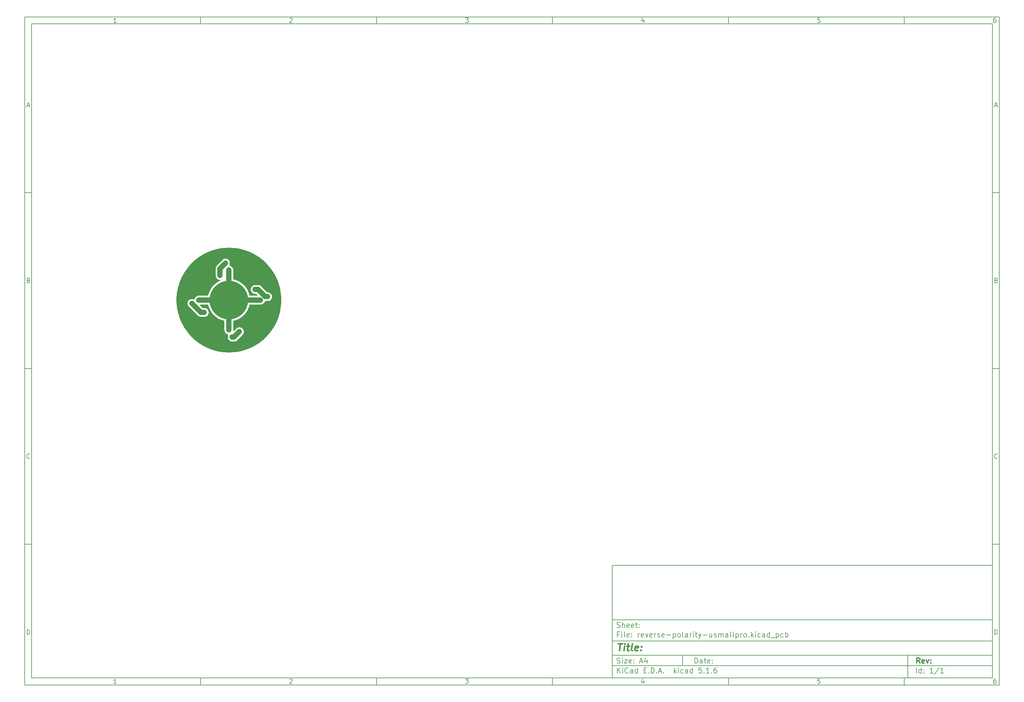
<source format=gbr>
G04 #@! TF.GenerationSoftware,KiCad,Pcbnew,5.1.6*
G04 #@! TF.CreationDate,2020-09-05T15:35:29+02:00*
G04 #@! TF.ProjectId,reverse-polarity-usmallpro,72657665-7273-4652-9d70-6f6c61726974,rev?*
G04 #@! TF.SameCoordinates,Original*
G04 #@! TF.FileFunction,Copper,L1,Top*
G04 #@! TF.FilePolarity,Positive*
%FSLAX46Y46*%
G04 Gerber Fmt 4.6, Leading zero omitted, Abs format (unit mm)*
G04 Created by KiCad (PCBNEW 5.1.6) date 2020-09-05 15:35:29*
%MOMM*%
%LPD*%
G01*
G04 APERTURE LIST*
%ADD10C,0.100000*%
%ADD11C,0.150000*%
%ADD12C,0.300000*%
%ADD13C,0.400000*%
G04 #@! TA.AperFunction,ComponentPad*
%ADD14C,3.000000*%
G04 #@! TD*
G04 #@! TA.AperFunction,SMDPad,CuDef*
%ADD15C,11.000000*%
G04 #@! TD*
G04 #@! TA.AperFunction,SMDPad,CuDef*
%ADD16R,0.900000X0.800000*%
G04 #@! TD*
G04 #@! TA.AperFunction,SMDPad,CuDef*
%ADD17R,0.800000X0.900000*%
G04 #@! TD*
G04 #@! TA.AperFunction,ViaPad*
%ADD18C,0.800000*%
G04 #@! TD*
G04 #@! TA.AperFunction,Conductor*
%ADD19C,1.500000*%
G04 #@! TD*
G04 #@! TA.AperFunction,Conductor*
%ADD20C,0.254000*%
G04 #@! TD*
G04 APERTURE END LIST*
D10*
D11*
X177002200Y-166007200D02*
X177002200Y-198007200D01*
X285002200Y-198007200D01*
X285002200Y-166007200D01*
X177002200Y-166007200D01*
D10*
D11*
X10000000Y-10000000D02*
X10000000Y-200007200D01*
X287002200Y-200007200D01*
X287002200Y-10000000D01*
X10000000Y-10000000D01*
D10*
D11*
X12000000Y-12000000D02*
X12000000Y-198007200D01*
X285002200Y-198007200D01*
X285002200Y-12000000D01*
X12000000Y-12000000D01*
D10*
D11*
X60000000Y-12000000D02*
X60000000Y-10000000D01*
D10*
D11*
X110000000Y-12000000D02*
X110000000Y-10000000D01*
D10*
D11*
X160000000Y-12000000D02*
X160000000Y-10000000D01*
D10*
D11*
X210000000Y-12000000D02*
X210000000Y-10000000D01*
D10*
D11*
X260000000Y-12000000D02*
X260000000Y-10000000D01*
D10*
D11*
X36065476Y-11588095D02*
X35322619Y-11588095D01*
X35694047Y-11588095D02*
X35694047Y-10288095D01*
X35570238Y-10473809D01*
X35446428Y-10597619D01*
X35322619Y-10659523D01*
D10*
D11*
X85322619Y-10411904D02*
X85384523Y-10350000D01*
X85508333Y-10288095D01*
X85817857Y-10288095D01*
X85941666Y-10350000D01*
X86003571Y-10411904D01*
X86065476Y-10535714D01*
X86065476Y-10659523D01*
X86003571Y-10845238D01*
X85260714Y-11588095D01*
X86065476Y-11588095D01*
D10*
D11*
X135260714Y-10288095D02*
X136065476Y-10288095D01*
X135632142Y-10783333D01*
X135817857Y-10783333D01*
X135941666Y-10845238D01*
X136003571Y-10907142D01*
X136065476Y-11030952D01*
X136065476Y-11340476D01*
X136003571Y-11464285D01*
X135941666Y-11526190D01*
X135817857Y-11588095D01*
X135446428Y-11588095D01*
X135322619Y-11526190D01*
X135260714Y-11464285D01*
D10*
D11*
X185941666Y-10721428D02*
X185941666Y-11588095D01*
X185632142Y-10226190D02*
X185322619Y-11154761D01*
X186127380Y-11154761D01*
D10*
D11*
X236003571Y-10288095D02*
X235384523Y-10288095D01*
X235322619Y-10907142D01*
X235384523Y-10845238D01*
X235508333Y-10783333D01*
X235817857Y-10783333D01*
X235941666Y-10845238D01*
X236003571Y-10907142D01*
X236065476Y-11030952D01*
X236065476Y-11340476D01*
X236003571Y-11464285D01*
X235941666Y-11526190D01*
X235817857Y-11588095D01*
X235508333Y-11588095D01*
X235384523Y-11526190D01*
X235322619Y-11464285D01*
D10*
D11*
X285941666Y-10288095D02*
X285694047Y-10288095D01*
X285570238Y-10350000D01*
X285508333Y-10411904D01*
X285384523Y-10597619D01*
X285322619Y-10845238D01*
X285322619Y-11340476D01*
X285384523Y-11464285D01*
X285446428Y-11526190D01*
X285570238Y-11588095D01*
X285817857Y-11588095D01*
X285941666Y-11526190D01*
X286003571Y-11464285D01*
X286065476Y-11340476D01*
X286065476Y-11030952D01*
X286003571Y-10907142D01*
X285941666Y-10845238D01*
X285817857Y-10783333D01*
X285570238Y-10783333D01*
X285446428Y-10845238D01*
X285384523Y-10907142D01*
X285322619Y-11030952D01*
D10*
D11*
X60000000Y-198007200D02*
X60000000Y-200007200D01*
D10*
D11*
X110000000Y-198007200D02*
X110000000Y-200007200D01*
D10*
D11*
X160000000Y-198007200D02*
X160000000Y-200007200D01*
D10*
D11*
X210000000Y-198007200D02*
X210000000Y-200007200D01*
D10*
D11*
X260000000Y-198007200D02*
X260000000Y-200007200D01*
D10*
D11*
X36065476Y-199595295D02*
X35322619Y-199595295D01*
X35694047Y-199595295D02*
X35694047Y-198295295D01*
X35570238Y-198481009D01*
X35446428Y-198604819D01*
X35322619Y-198666723D01*
D10*
D11*
X85322619Y-198419104D02*
X85384523Y-198357200D01*
X85508333Y-198295295D01*
X85817857Y-198295295D01*
X85941666Y-198357200D01*
X86003571Y-198419104D01*
X86065476Y-198542914D01*
X86065476Y-198666723D01*
X86003571Y-198852438D01*
X85260714Y-199595295D01*
X86065476Y-199595295D01*
D10*
D11*
X135260714Y-198295295D02*
X136065476Y-198295295D01*
X135632142Y-198790533D01*
X135817857Y-198790533D01*
X135941666Y-198852438D01*
X136003571Y-198914342D01*
X136065476Y-199038152D01*
X136065476Y-199347676D01*
X136003571Y-199471485D01*
X135941666Y-199533390D01*
X135817857Y-199595295D01*
X135446428Y-199595295D01*
X135322619Y-199533390D01*
X135260714Y-199471485D01*
D10*
D11*
X185941666Y-198728628D02*
X185941666Y-199595295D01*
X185632142Y-198233390D02*
X185322619Y-199161961D01*
X186127380Y-199161961D01*
D10*
D11*
X236003571Y-198295295D02*
X235384523Y-198295295D01*
X235322619Y-198914342D01*
X235384523Y-198852438D01*
X235508333Y-198790533D01*
X235817857Y-198790533D01*
X235941666Y-198852438D01*
X236003571Y-198914342D01*
X236065476Y-199038152D01*
X236065476Y-199347676D01*
X236003571Y-199471485D01*
X235941666Y-199533390D01*
X235817857Y-199595295D01*
X235508333Y-199595295D01*
X235384523Y-199533390D01*
X235322619Y-199471485D01*
D10*
D11*
X285941666Y-198295295D02*
X285694047Y-198295295D01*
X285570238Y-198357200D01*
X285508333Y-198419104D01*
X285384523Y-198604819D01*
X285322619Y-198852438D01*
X285322619Y-199347676D01*
X285384523Y-199471485D01*
X285446428Y-199533390D01*
X285570238Y-199595295D01*
X285817857Y-199595295D01*
X285941666Y-199533390D01*
X286003571Y-199471485D01*
X286065476Y-199347676D01*
X286065476Y-199038152D01*
X286003571Y-198914342D01*
X285941666Y-198852438D01*
X285817857Y-198790533D01*
X285570238Y-198790533D01*
X285446428Y-198852438D01*
X285384523Y-198914342D01*
X285322619Y-199038152D01*
D10*
D11*
X10000000Y-60000000D02*
X12000000Y-60000000D01*
D10*
D11*
X10000000Y-110000000D02*
X12000000Y-110000000D01*
D10*
D11*
X10000000Y-160000000D02*
X12000000Y-160000000D01*
D10*
D11*
X10690476Y-35216666D02*
X11309523Y-35216666D01*
X10566666Y-35588095D02*
X11000000Y-34288095D01*
X11433333Y-35588095D01*
D10*
D11*
X11092857Y-84907142D02*
X11278571Y-84969047D01*
X11340476Y-85030952D01*
X11402380Y-85154761D01*
X11402380Y-85340476D01*
X11340476Y-85464285D01*
X11278571Y-85526190D01*
X11154761Y-85588095D01*
X10659523Y-85588095D01*
X10659523Y-84288095D01*
X11092857Y-84288095D01*
X11216666Y-84350000D01*
X11278571Y-84411904D01*
X11340476Y-84535714D01*
X11340476Y-84659523D01*
X11278571Y-84783333D01*
X11216666Y-84845238D01*
X11092857Y-84907142D01*
X10659523Y-84907142D01*
D10*
D11*
X11402380Y-135464285D02*
X11340476Y-135526190D01*
X11154761Y-135588095D01*
X11030952Y-135588095D01*
X10845238Y-135526190D01*
X10721428Y-135402380D01*
X10659523Y-135278571D01*
X10597619Y-135030952D01*
X10597619Y-134845238D01*
X10659523Y-134597619D01*
X10721428Y-134473809D01*
X10845238Y-134350000D01*
X11030952Y-134288095D01*
X11154761Y-134288095D01*
X11340476Y-134350000D01*
X11402380Y-134411904D01*
D10*
D11*
X10659523Y-185588095D02*
X10659523Y-184288095D01*
X10969047Y-184288095D01*
X11154761Y-184350000D01*
X11278571Y-184473809D01*
X11340476Y-184597619D01*
X11402380Y-184845238D01*
X11402380Y-185030952D01*
X11340476Y-185278571D01*
X11278571Y-185402380D01*
X11154761Y-185526190D01*
X10969047Y-185588095D01*
X10659523Y-185588095D01*
D10*
D11*
X287002200Y-60000000D02*
X285002200Y-60000000D01*
D10*
D11*
X287002200Y-110000000D02*
X285002200Y-110000000D01*
D10*
D11*
X287002200Y-160000000D02*
X285002200Y-160000000D01*
D10*
D11*
X285692676Y-35216666D02*
X286311723Y-35216666D01*
X285568866Y-35588095D02*
X286002200Y-34288095D01*
X286435533Y-35588095D01*
D10*
D11*
X286095057Y-84907142D02*
X286280771Y-84969047D01*
X286342676Y-85030952D01*
X286404580Y-85154761D01*
X286404580Y-85340476D01*
X286342676Y-85464285D01*
X286280771Y-85526190D01*
X286156961Y-85588095D01*
X285661723Y-85588095D01*
X285661723Y-84288095D01*
X286095057Y-84288095D01*
X286218866Y-84350000D01*
X286280771Y-84411904D01*
X286342676Y-84535714D01*
X286342676Y-84659523D01*
X286280771Y-84783333D01*
X286218866Y-84845238D01*
X286095057Y-84907142D01*
X285661723Y-84907142D01*
D10*
D11*
X286404580Y-135464285D02*
X286342676Y-135526190D01*
X286156961Y-135588095D01*
X286033152Y-135588095D01*
X285847438Y-135526190D01*
X285723628Y-135402380D01*
X285661723Y-135278571D01*
X285599819Y-135030952D01*
X285599819Y-134845238D01*
X285661723Y-134597619D01*
X285723628Y-134473809D01*
X285847438Y-134350000D01*
X286033152Y-134288095D01*
X286156961Y-134288095D01*
X286342676Y-134350000D01*
X286404580Y-134411904D01*
D10*
D11*
X285661723Y-185588095D02*
X285661723Y-184288095D01*
X285971247Y-184288095D01*
X286156961Y-184350000D01*
X286280771Y-184473809D01*
X286342676Y-184597619D01*
X286404580Y-184845238D01*
X286404580Y-185030952D01*
X286342676Y-185278571D01*
X286280771Y-185402380D01*
X286156961Y-185526190D01*
X285971247Y-185588095D01*
X285661723Y-185588095D01*
D10*
D11*
X200434342Y-193785771D02*
X200434342Y-192285771D01*
X200791485Y-192285771D01*
X201005771Y-192357200D01*
X201148628Y-192500057D01*
X201220057Y-192642914D01*
X201291485Y-192928628D01*
X201291485Y-193142914D01*
X201220057Y-193428628D01*
X201148628Y-193571485D01*
X201005771Y-193714342D01*
X200791485Y-193785771D01*
X200434342Y-193785771D01*
X202577200Y-193785771D02*
X202577200Y-193000057D01*
X202505771Y-192857200D01*
X202362914Y-192785771D01*
X202077200Y-192785771D01*
X201934342Y-192857200D01*
X202577200Y-193714342D02*
X202434342Y-193785771D01*
X202077200Y-193785771D01*
X201934342Y-193714342D01*
X201862914Y-193571485D01*
X201862914Y-193428628D01*
X201934342Y-193285771D01*
X202077200Y-193214342D01*
X202434342Y-193214342D01*
X202577200Y-193142914D01*
X203077200Y-192785771D02*
X203648628Y-192785771D01*
X203291485Y-192285771D02*
X203291485Y-193571485D01*
X203362914Y-193714342D01*
X203505771Y-193785771D01*
X203648628Y-193785771D01*
X204720057Y-193714342D02*
X204577200Y-193785771D01*
X204291485Y-193785771D01*
X204148628Y-193714342D01*
X204077200Y-193571485D01*
X204077200Y-193000057D01*
X204148628Y-192857200D01*
X204291485Y-192785771D01*
X204577200Y-192785771D01*
X204720057Y-192857200D01*
X204791485Y-193000057D01*
X204791485Y-193142914D01*
X204077200Y-193285771D01*
X205434342Y-193642914D02*
X205505771Y-193714342D01*
X205434342Y-193785771D01*
X205362914Y-193714342D01*
X205434342Y-193642914D01*
X205434342Y-193785771D01*
X205434342Y-192857200D02*
X205505771Y-192928628D01*
X205434342Y-193000057D01*
X205362914Y-192928628D01*
X205434342Y-192857200D01*
X205434342Y-193000057D01*
D10*
D11*
X177002200Y-194507200D02*
X285002200Y-194507200D01*
D10*
D11*
X178434342Y-196585771D02*
X178434342Y-195085771D01*
X179291485Y-196585771D02*
X178648628Y-195728628D01*
X179291485Y-195085771D02*
X178434342Y-195942914D01*
X179934342Y-196585771D02*
X179934342Y-195585771D01*
X179934342Y-195085771D02*
X179862914Y-195157200D01*
X179934342Y-195228628D01*
X180005771Y-195157200D01*
X179934342Y-195085771D01*
X179934342Y-195228628D01*
X181505771Y-196442914D02*
X181434342Y-196514342D01*
X181220057Y-196585771D01*
X181077200Y-196585771D01*
X180862914Y-196514342D01*
X180720057Y-196371485D01*
X180648628Y-196228628D01*
X180577200Y-195942914D01*
X180577200Y-195728628D01*
X180648628Y-195442914D01*
X180720057Y-195300057D01*
X180862914Y-195157200D01*
X181077200Y-195085771D01*
X181220057Y-195085771D01*
X181434342Y-195157200D01*
X181505771Y-195228628D01*
X182791485Y-196585771D02*
X182791485Y-195800057D01*
X182720057Y-195657200D01*
X182577200Y-195585771D01*
X182291485Y-195585771D01*
X182148628Y-195657200D01*
X182791485Y-196514342D02*
X182648628Y-196585771D01*
X182291485Y-196585771D01*
X182148628Y-196514342D01*
X182077200Y-196371485D01*
X182077200Y-196228628D01*
X182148628Y-196085771D01*
X182291485Y-196014342D01*
X182648628Y-196014342D01*
X182791485Y-195942914D01*
X184148628Y-196585771D02*
X184148628Y-195085771D01*
X184148628Y-196514342D02*
X184005771Y-196585771D01*
X183720057Y-196585771D01*
X183577200Y-196514342D01*
X183505771Y-196442914D01*
X183434342Y-196300057D01*
X183434342Y-195871485D01*
X183505771Y-195728628D01*
X183577200Y-195657200D01*
X183720057Y-195585771D01*
X184005771Y-195585771D01*
X184148628Y-195657200D01*
X186005771Y-195800057D02*
X186505771Y-195800057D01*
X186720057Y-196585771D02*
X186005771Y-196585771D01*
X186005771Y-195085771D01*
X186720057Y-195085771D01*
X187362914Y-196442914D02*
X187434342Y-196514342D01*
X187362914Y-196585771D01*
X187291485Y-196514342D01*
X187362914Y-196442914D01*
X187362914Y-196585771D01*
X188077200Y-196585771D02*
X188077200Y-195085771D01*
X188434342Y-195085771D01*
X188648628Y-195157200D01*
X188791485Y-195300057D01*
X188862914Y-195442914D01*
X188934342Y-195728628D01*
X188934342Y-195942914D01*
X188862914Y-196228628D01*
X188791485Y-196371485D01*
X188648628Y-196514342D01*
X188434342Y-196585771D01*
X188077200Y-196585771D01*
X189577200Y-196442914D02*
X189648628Y-196514342D01*
X189577200Y-196585771D01*
X189505771Y-196514342D01*
X189577200Y-196442914D01*
X189577200Y-196585771D01*
X190220057Y-196157200D02*
X190934342Y-196157200D01*
X190077200Y-196585771D02*
X190577200Y-195085771D01*
X191077200Y-196585771D01*
X191577200Y-196442914D02*
X191648628Y-196514342D01*
X191577200Y-196585771D01*
X191505771Y-196514342D01*
X191577200Y-196442914D01*
X191577200Y-196585771D01*
X194577200Y-196585771D02*
X194577200Y-195085771D01*
X194720057Y-196014342D02*
X195148628Y-196585771D01*
X195148628Y-195585771D02*
X194577200Y-196157200D01*
X195791485Y-196585771D02*
X195791485Y-195585771D01*
X195791485Y-195085771D02*
X195720057Y-195157200D01*
X195791485Y-195228628D01*
X195862914Y-195157200D01*
X195791485Y-195085771D01*
X195791485Y-195228628D01*
X197148628Y-196514342D02*
X197005771Y-196585771D01*
X196720057Y-196585771D01*
X196577200Y-196514342D01*
X196505771Y-196442914D01*
X196434342Y-196300057D01*
X196434342Y-195871485D01*
X196505771Y-195728628D01*
X196577200Y-195657200D01*
X196720057Y-195585771D01*
X197005771Y-195585771D01*
X197148628Y-195657200D01*
X198434342Y-196585771D02*
X198434342Y-195800057D01*
X198362914Y-195657200D01*
X198220057Y-195585771D01*
X197934342Y-195585771D01*
X197791485Y-195657200D01*
X198434342Y-196514342D02*
X198291485Y-196585771D01*
X197934342Y-196585771D01*
X197791485Y-196514342D01*
X197720057Y-196371485D01*
X197720057Y-196228628D01*
X197791485Y-196085771D01*
X197934342Y-196014342D01*
X198291485Y-196014342D01*
X198434342Y-195942914D01*
X199791485Y-196585771D02*
X199791485Y-195085771D01*
X199791485Y-196514342D02*
X199648628Y-196585771D01*
X199362914Y-196585771D01*
X199220057Y-196514342D01*
X199148628Y-196442914D01*
X199077200Y-196300057D01*
X199077200Y-195871485D01*
X199148628Y-195728628D01*
X199220057Y-195657200D01*
X199362914Y-195585771D01*
X199648628Y-195585771D01*
X199791485Y-195657200D01*
X202362914Y-195085771D02*
X201648628Y-195085771D01*
X201577200Y-195800057D01*
X201648628Y-195728628D01*
X201791485Y-195657200D01*
X202148628Y-195657200D01*
X202291485Y-195728628D01*
X202362914Y-195800057D01*
X202434342Y-195942914D01*
X202434342Y-196300057D01*
X202362914Y-196442914D01*
X202291485Y-196514342D01*
X202148628Y-196585771D01*
X201791485Y-196585771D01*
X201648628Y-196514342D01*
X201577200Y-196442914D01*
X203077200Y-196442914D02*
X203148628Y-196514342D01*
X203077200Y-196585771D01*
X203005771Y-196514342D01*
X203077200Y-196442914D01*
X203077200Y-196585771D01*
X204577200Y-196585771D02*
X203720057Y-196585771D01*
X204148628Y-196585771D02*
X204148628Y-195085771D01*
X204005771Y-195300057D01*
X203862914Y-195442914D01*
X203720057Y-195514342D01*
X205220057Y-196442914D02*
X205291485Y-196514342D01*
X205220057Y-196585771D01*
X205148628Y-196514342D01*
X205220057Y-196442914D01*
X205220057Y-196585771D01*
X206577200Y-195085771D02*
X206291485Y-195085771D01*
X206148628Y-195157200D01*
X206077200Y-195228628D01*
X205934342Y-195442914D01*
X205862914Y-195728628D01*
X205862914Y-196300057D01*
X205934342Y-196442914D01*
X206005771Y-196514342D01*
X206148628Y-196585771D01*
X206434342Y-196585771D01*
X206577200Y-196514342D01*
X206648628Y-196442914D01*
X206720057Y-196300057D01*
X206720057Y-195942914D01*
X206648628Y-195800057D01*
X206577200Y-195728628D01*
X206434342Y-195657200D01*
X206148628Y-195657200D01*
X206005771Y-195728628D01*
X205934342Y-195800057D01*
X205862914Y-195942914D01*
D10*
D11*
X177002200Y-191507200D02*
X285002200Y-191507200D01*
D10*
D12*
X264411485Y-193785771D02*
X263911485Y-193071485D01*
X263554342Y-193785771D02*
X263554342Y-192285771D01*
X264125771Y-192285771D01*
X264268628Y-192357200D01*
X264340057Y-192428628D01*
X264411485Y-192571485D01*
X264411485Y-192785771D01*
X264340057Y-192928628D01*
X264268628Y-193000057D01*
X264125771Y-193071485D01*
X263554342Y-193071485D01*
X265625771Y-193714342D02*
X265482914Y-193785771D01*
X265197200Y-193785771D01*
X265054342Y-193714342D01*
X264982914Y-193571485D01*
X264982914Y-193000057D01*
X265054342Y-192857200D01*
X265197200Y-192785771D01*
X265482914Y-192785771D01*
X265625771Y-192857200D01*
X265697200Y-193000057D01*
X265697200Y-193142914D01*
X264982914Y-193285771D01*
X266197200Y-192785771D02*
X266554342Y-193785771D01*
X266911485Y-192785771D01*
X267482914Y-193642914D02*
X267554342Y-193714342D01*
X267482914Y-193785771D01*
X267411485Y-193714342D01*
X267482914Y-193642914D01*
X267482914Y-193785771D01*
X267482914Y-192857200D02*
X267554342Y-192928628D01*
X267482914Y-193000057D01*
X267411485Y-192928628D01*
X267482914Y-192857200D01*
X267482914Y-193000057D01*
D10*
D11*
X178362914Y-193714342D02*
X178577200Y-193785771D01*
X178934342Y-193785771D01*
X179077200Y-193714342D01*
X179148628Y-193642914D01*
X179220057Y-193500057D01*
X179220057Y-193357200D01*
X179148628Y-193214342D01*
X179077200Y-193142914D01*
X178934342Y-193071485D01*
X178648628Y-193000057D01*
X178505771Y-192928628D01*
X178434342Y-192857200D01*
X178362914Y-192714342D01*
X178362914Y-192571485D01*
X178434342Y-192428628D01*
X178505771Y-192357200D01*
X178648628Y-192285771D01*
X179005771Y-192285771D01*
X179220057Y-192357200D01*
X179862914Y-193785771D02*
X179862914Y-192785771D01*
X179862914Y-192285771D02*
X179791485Y-192357200D01*
X179862914Y-192428628D01*
X179934342Y-192357200D01*
X179862914Y-192285771D01*
X179862914Y-192428628D01*
X180434342Y-192785771D02*
X181220057Y-192785771D01*
X180434342Y-193785771D01*
X181220057Y-193785771D01*
X182362914Y-193714342D02*
X182220057Y-193785771D01*
X181934342Y-193785771D01*
X181791485Y-193714342D01*
X181720057Y-193571485D01*
X181720057Y-193000057D01*
X181791485Y-192857200D01*
X181934342Y-192785771D01*
X182220057Y-192785771D01*
X182362914Y-192857200D01*
X182434342Y-193000057D01*
X182434342Y-193142914D01*
X181720057Y-193285771D01*
X183077200Y-193642914D02*
X183148628Y-193714342D01*
X183077200Y-193785771D01*
X183005771Y-193714342D01*
X183077200Y-193642914D01*
X183077200Y-193785771D01*
X183077200Y-192857200D02*
X183148628Y-192928628D01*
X183077200Y-193000057D01*
X183005771Y-192928628D01*
X183077200Y-192857200D01*
X183077200Y-193000057D01*
X184862914Y-193357200D02*
X185577200Y-193357200D01*
X184720057Y-193785771D02*
X185220057Y-192285771D01*
X185720057Y-193785771D01*
X186862914Y-192785771D02*
X186862914Y-193785771D01*
X186505771Y-192214342D02*
X186148628Y-193285771D01*
X187077200Y-193285771D01*
D10*
D11*
X263434342Y-196585771D02*
X263434342Y-195085771D01*
X264791485Y-196585771D02*
X264791485Y-195085771D01*
X264791485Y-196514342D02*
X264648628Y-196585771D01*
X264362914Y-196585771D01*
X264220057Y-196514342D01*
X264148628Y-196442914D01*
X264077200Y-196300057D01*
X264077200Y-195871485D01*
X264148628Y-195728628D01*
X264220057Y-195657200D01*
X264362914Y-195585771D01*
X264648628Y-195585771D01*
X264791485Y-195657200D01*
X265505771Y-196442914D02*
X265577200Y-196514342D01*
X265505771Y-196585771D01*
X265434342Y-196514342D01*
X265505771Y-196442914D01*
X265505771Y-196585771D01*
X265505771Y-195657200D02*
X265577200Y-195728628D01*
X265505771Y-195800057D01*
X265434342Y-195728628D01*
X265505771Y-195657200D01*
X265505771Y-195800057D01*
X268148628Y-196585771D02*
X267291485Y-196585771D01*
X267720057Y-196585771D02*
X267720057Y-195085771D01*
X267577200Y-195300057D01*
X267434342Y-195442914D01*
X267291485Y-195514342D01*
X269862914Y-195014342D02*
X268577200Y-196942914D01*
X271148628Y-196585771D02*
X270291485Y-196585771D01*
X270720057Y-196585771D02*
X270720057Y-195085771D01*
X270577200Y-195300057D01*
X270434342Y-195442914D01*
X270291485Y-195514342D01*
D10*
D11*
X177002200Y-187507200D02*
X285002200Y-187507200D01*
D10*
D13*
X178714580Y-188211961D02*
X179857438Y-188211961D01*
X179036009Y-190211961D02*
X179286009Y-188211961D01*
X180274104Y-190211961D02*
X180440771Y-188878628D01*
X180524104Y-188211961D02*
X180416961Y-188307200D01*
X180500295Y-188402438D01*
X180607438Y-188307200D01*
X180524104Y-188211961D01*
X180500295Y-188402438D01*
X181107438Y-188878628D02*
X181869342Y-188878628D01*
X181476485Y-188211961D02*
X181262200Y-189926247D01*
X181333628Y-190116723D01*
X181512200Y-190211961D01*
X181702676Y-190211961D01*
X182655057Y-190211961D02*
X182476485Y-190116723D01*
X182405057Y-189926247D01*
X182619342Y-188211961D01*
X184190771Y-190116723D02*
X183988390Y-190211961D01*
X183607438Y-190211961D01*
X183428866Y-190116723D01*
X183357438Y-189926247D01*
X183452676Y-189164342D01*
X183571723Y-188973866D01*
X183774104Y-188878628D01*
X184155057Y-188878628D01*
X184333628Y-188973866D01*
X184405057Y-189164342D01*
X184381247Y-189354819D01*
X183405057Y-189545295D01*
X185155057Y-190021485D02*
X185238390Y-190116723D01*
X185131247Y-190211961D01*
X185047914Y-190116723D01*
X185155057Y-190021485D01*
X185131247Y-190211961D01*
X185286009Y-188973866D02*
X185369342Y-189069104D01*
X185262200Y-189164342D01*
X185178866Y-189069104D01*
X185286009Y-188973866D01*
X185262200Y-189164342D01*
D10*
D11*
X178934342Y-185600057D02*
X178434342Y-185600057D01*
X178434342Y-186385771D02*
X178434342Y-184885771D01*
X179148628Y-184885771D01*
X179720057Y-186385771D02*
X179720057Y-185385771D01*
X179720057Y-184885771D02*
X179648628Y-184957200D01*
X179720057Y-185028628D01*
X179791485Y-184957200D01*
X179720057Y-184885771D01*
X179720057Y-185028628D01*
X180648628Y-186385771D02*
X180505771Y-186314342D01*
X180434342Y-186171485D01*
X180434342Y-184885771D01*
X181791485Y-186314342D02*
X181648628Y-186385771D01*
X181362914Y-186385771D01*
X181220057Y-186314342D01*
X181148628Y-186171485D01*
X181148628Y-185600057D01*
X181220057Y-185457200D01*
X181362914Y-185385771D01*
X181648628Y-185385771D01*
X181791485Y-185457200D01*
X181862914Y-185600057D01*
X181862914Y-185742914D01*
X181148628Y-185885771D01*
X182505771Y-186242914D02*
X182577200Y-186314342D01*
X182505771Y-186385771D01*
X182434342Y-186314342D01*
X182505771Y-186242914D01*
X182505771Y-186385771D01*
X182505771Y-185457200D02*
X182577200Y-185528628D01*
X182505771Y-185600057D01*
X182434342Y-185528628D01*
X182505771Y-185457200D01*
X182505771Y-185600057D01*
X184362914Y-186385771D02*
X184362914Y-185385771D01*
X184362914Y-185671485D02*
X184434342Y-185528628D01*
X184505771Y-185457200D01*
X184648628Y-185385771D01*
X184791485Y-185385771D01*
X185862914Y-186314342D02*
X185720057Y-186385771D01*
X185434342Y-186385771D01*
X185291485Y-186314342D01*
X185220057Y-186171485D01*
X185220057Y-185600057D01*
X185291485Y-185457200D01*
X185434342Y-185385771D01*
X185720057Y-185385771D01*
X185862914Y-185457200D01*
X185934342Y-185600057D01*
X185934342Y-185742914D01*
X185220057Y-185885771D01*
X186434342Y-185385771D02*
X186791485Y-186385771D01*
X187148628Y-185385771D01*
X188291485Y-186314342D02*
X188148628Y-186385771D01*
X187862914Y-186385771D01*
X187720057Y-186314342D01*
X187648628Y-186171485D01*
X187648628Y-185600057D01*
X187720057Y-185457200D01*
X187862914Y-185385771D01*
X188148628Y-185385771D01*
X188291485Y-185457200D01*
X188362914Y-185600057D01*
X188362914Y-185742914D01*
X187648628Y-185885771D01*
X189005771Y-186385771D02*
X189005771Y-185385771D01*
X189005771Y-185671485D02*
X189077200Y-185528628D01*
X189148628Y-185457200D01*
X189291485Y-185385771D01*
X189434342Y-185385771D01*
X189862914Y-186314342D02*
X190005771Y-186385771D01*
X190291485Y-186385771D01*
X190434342Y-186314342D01*
X190505771Y-186171485D01*
X190505771Y-186100057D01*
X190434342Y-185957200D01*
X190291485Y-185885771D01*
X190077200Y-185885771D01*
X189934342Y-185814342D01*
X189862914Y-185671485D01*
X189862914Y-185600057D01*
X189934342Y-185457200D01*
X190077200Y-185385771D01*
X190291485Y-185385771D01*
X190434342Y-185457200D01*
X191720057Y-186314342D02*
X191577200Y-186385771D01*
X191291485Y-186385771D01*
X191148628Y-186314342D01*
X191077200Y-186171485D01*
X191077200Y-185600057D01*
X191148628Y-185457200D01*
X191291485Y-185385771D01*
X191577200Y-185385771D01*
X191720057Y-185457200D01*
X191791485Y-185600057D01*
X191791485Y-185742914D01*
X191077200Y-185885771D01*
X192434342Y-185814342D02*
X193577200Y-185814342D01*
X194291485Y-185385771D02*
X194291485Y-186885771D01*
X194291485Y-185457200D02*
X194434342Y-185385771D01*
X194720057Y-185385771D01*
X194862914Y-185457200D01*
X194934342Y-185528628D01*
X195005771Y-185671485D01*
X195005771Y-186100057D01*
X194934342Y-186242914D01*
X194862914Y-186314342D01*
X194720057Y-186385771D01*
X194434342Y-186385771D01*
X194291485Y-186314342D01*
X195862914Y-186385771D02*
X195720057Y-186314342D01*
X195648628Y-186242914D01*
X195577200Y-186100057D01*
X195577200Y-185671485D01*
X195648628Y-185528628D01*
X195720057Y-185457200D01*
X195862914Y-185385771D01*
X196077200Y-185385771D01*
X196220057Y-185457200D01*
X196291485Y-185528628D01*
X196362914Y-185671485D01*
X196362914Y-186100057D01*
X196291485Y-186242914D01*
X196220057Y-186314342D01*
X196077200Y-186385771D01*
X195862914Y-186385771D01*
X197220057Y-186385771D02*
X197077200Y-186314342D01*
X197005771Y-186171485D01*
X197005771Y-184885771D01*
X198434342Y-186385771D02*
X198434342Y-185600057D01*
X198362914Y-185457200D01*
X198220057Y-185385771D01*
X197934342Y-185385771D01*
X197791485Y-185457200D01*
X198434342Y-186314342D02*
X198291485Y-186385771D01*
X197934342Y-186385771D01*
X197791485Y-186314342D01*
X197720057Y-186171485D01*
X197720057Y-186028628D01*
X197791485Y-185885771D01*
X197934342Y-185814342D01*
X198291485Y-185814342D01*
X198434342Y-185742914D01*
X199148628Y-186385771D02*
X199148628Y-185385771D01*
X199148628Y-185671485D02*
X199220057Y-185528628D01*
X199291485Y-185457200D01*
X199434342Y-185385771D01*
X199577200Y-185385771D01*
X200077200Y-186385771D02*
X200077200Y-185385771D01*
X200077200Y-184885771D02*
X200005771Y-184957200D01*
X200077200Y-185028628D01*
X200148628Y-184957200D01*
X200077200Y-184885771D01*
X200077200Y-185028628D01*
X200577200Y-185385771D02*
X201148628Y-185385771D01*
X200791485Y-184885771D02*
X200791485Y-186171485D01*
X200862914Y-186314342D01*
X201005771Y-186385771D01*
X201148628Y-186385771D01*
X201505771Y-185385771D02*
X201862914Y-186385771D01*
X202220057Y-185385771D02*
X201862914Y-186385771D01*
X201720057Y-186742914D01*
X201648628Y-186814342D01*
X201505771Y-186885771D01*
X202791485Y-185814342D02*
X203934342Y-185814342D01*
X205291485Y-185385771D02*
X205291485Y-186385771D01*
X204648628Y-185385771D02*
X204648628Y-186171485D01*
X204720057Y-186314342D01*
X204862914Y-186385771D01*
X205077200Y-186385771D01*
X205220057Y-186314342D01*
X205291485Y-186242914D01*
X205934342Y-186314342D02*
X206077200Y-186385771D01*
X206362914Y-186385771D01*
X206505771Y-186314342D01*
X206577200Y-186171485D01*
X206577200Y-186100057D01*
X206505771Y-185957200D01*
X206362914Y-185885771D01*
X206148628Y-185885771D01*
X206005771Y-185814342D01*
X205934342Y-185671485D01*
X205934342Y-185600057D01*
X206005771Y-185457200D01*
X206148628Y-185385771D01*
X206362914Y-185385771D01*
X206505771Y-185457200D01*
X207220057Y-186385771D02*
X207220057Y-185385771D01*
X207220057Y-185528628D02*
X207291485Y-185457200D01*
X207434342Y-185385771D01*
X207648628Y-185385771D01*
X207791485Y-185457200D01*
X207862914Y-185600057D01*
X207862914Y-186385771D01*
X207862914Y-185600057D02*
X207934342Y-185457200D01*
X208077200Y-185385771D01*
X208291485Y-185385771D01*
X208434342Y-185457200D01*
X208505771Y-185600057D01*
X208505771Y-186385771D01*
X209862914Y-186385771D02*
X209862914Y-185600057D01*
X209791485Y-185457200D01*
X209648628Y-185385771D01*
X209362914Y-185385771D01*
X209220057Y-185457200D01*
X209862914Y-186314342D02*
X209720057Y-186385771D01*
X209362914Y-186385771D01*
X209220057Y-186314342D01*
X209148628Y-186171485D01*
X209148628Y-186028628D01*
X209220057Y-185885771D01*
X209362914Y-185814342D01*
X209720057Y-185814342D01*
X209862914Y-185742914D01*
X210791485Y-186385771D02*
X210648628Y-186314342D01*
X210577200Y-186171485D01*
X210577200Y-184885771D01*
X211577200Y-186385771D02*
X211434342Y-186314342D01*
X211362914Y-186171485D01*
X211362914Y-184885771D01*
X212148628Y-185385771D02*
X212148628Y-186885771D01*
X212148628Y-185457200D02*
X212291485Y-185385771D01*
X212577200Y-185385771D01*
X212720057Y-185457200D01*
X212791485Y-185528628D01*
X212862914Y-185671485D01*
X212862914Y-186100057D01*
X212791485Y-186242914D01*
X212720057Y-186314342D01*
X212577200Y-186385771D01*
X212291485Y-186385771D01*
X212148628Y-186314342D01*
X213505771Y-186385771D02*
X213505771Y-185385771D01*
X213505771Y-185671485D02*
X213577200Y-185528628D01*
X213648628Y-185457200D01*
X213791485Y-185385771D01*
X213934342Y-185385771D01*
X214648628Y-186385771D02*
X214505771Y-186314342D01*
X214434342Y-186242914D01*
X214362914Y-186100057D01*
X214362914Y-185671485D01*
X214434342Y-185528628D01*
X214505771Y-185457200D01*
X214648628Y-185385771D01*
X214862914Y-185385771D01*
X215005771Y-185457200D01*
X215077200Y-185528628D01*
X215148628Y-185671485D01*
X215148628Y-186100057D01*
X215077200Y-186242914D01*
X215005771Y-186314342D01*
X214862914Y-186385771D01*
X214648628Y-186385771D01*
X215791485Y-186242914D02*
X215862914Y-186314342D01*
X215791485Y-186385771D01*
X215720057Y-186314342D01*
X215791485Y-186242914D01*
X215791485Y-186385771D01*
X216505771Y-186385771D02*
X216505771Y-184885771D01*
X216648628Y-185814342D02*
X217077200Y-186385771D01*
X217077200Y-185385771D02*
X216505771Y-185957200D01*
X217720057Y-186385771D02*
X217720057Y-185385771D01*
X217720057Y-184885771D02*
X217648628Y-184957200D01*
X217720057Y-185028628D01*
X217791485Y-184957200D01*
X217720057Y-184885771D01*
X217720057Y-185028628D01*
X219077200Y-186314342D02*
X218934342Y-186385771D01*
X218648628Y-186385771D01*
X218505771Y-186314342D01*
X218434342Y-186242914D01*
X218362914Y-186100057D01*
X218362914Y-185671485D01*
X218434342Y-185528628D01*
X218505771Y-185457200D01*
X218648628Y-185385771D01*
X218934342Y-185385771D01*
X219077200Y-185457200D01*
X220362914Y-186385771D02*
X220362914Y-185600057D01*
X220291485Y-185457200D01*
X220148628Y-185385771D01*
X219862914Y-185385771D01*
X219720057Y-185457200D01*
X220362914Y-186314342D02*
X220220057Y-186385771D01*
X219862914Y-186385771D01*
X219720057Y-186314342D01*
X219648628Y-186171485D01*
X219648628Y-186028628D01*
X219720057Y-185885771D01*
X219862914Y-185814342D01*
X220220057Y-185814342D01*
X220362914Y-185742914D01*
X221720057Y-186385771D02*
X221720057Y-184885771D01*
X221720057Y-186314342D02*
X221577200Y-186385771D01*
X221291485Y-186385771D01*
X221148628Y-186314342D01*
X221077200Y-186242914D01*
X221005771Y-186100057D01*
X221005771Y-185671485D01*
X221077200Y-185528628D01*
X221148628Y-185457200D01*
X221291485Y-185385771D01*
X221577200Y-185385771D01*
X221720057Y-185457200D01*
X222077200Y-186528628D02*
X223220057Y-186528628D01*
X223577200Y-185385771D02*
X223577200Y-186885771D01*
X223577200Y-185457200D02*
X223720057Y-185385771D01*
X224005771Y-185385771D01*
X224148628Y-185457200D01*
X224220057Y-185528628D01*
X224291485Y-185671485D01*
X224291485Y-186100057D01*
X224220057Y-186242914D01*
X224148628Y-186314342D01*
X224005771Y-186385771D01*
X223720057Y-186385771D01*
X223577200Y-186314342D01*
X225577200Y-186314342D02*
X225434342Y-186385771D01*
X225148628Y-186385771D01*
X225005771Y-186314342D01*
X224934342Y-186242914D01*
X224862914Y-186100057D01*
X224862914Y-185671485D01*
X224934342Y-185528628D01*
X225005771Y-185457200D01*
X225148628Y-185385771D01*
X225434342Y-185385771D01*
X225577200Y-185457200D01*
X226220057Y-186385771D02*
X226220057Y-184885771D01*
X226220057Y-185457200D02*
X226362914Y-185385771D01*
X226648628Y-185385771D01*
X226791485Y-185457200D01*
X226862914Y-185528628D01*
X226934342Y-185671485D01*
X226934342Y-186100057D01*
X226862914Y-186242914D01*
X226791485Y-186314342D01*
X226648628Y-186385771D01*
X226362914Y-186385771D01*
X226220057Y-186314342D01*
D10*
D11*
X177002200Y-181507200D02*
X285002200Y-181507200D01*
D10*
D11*
X178362914Y-183614342D02*
X178577200Y-183685771D01*
X178934342Y-183685771D01*
X179077200Y-183614342D01*
X179148628Y-183542914D01*
X179220057Y-183400057D01*
X179220057Y-183257200D01*
X179148628Y-183114342D01*
X179077200Y-183042914D01*
X178934342Y-182971485D01*
X178648628Y-182900057D01*
X178505771Y-182828628D01*
X178434342Y-182757200D01*
X178362914Y-182614342D01*
X178362914Y-182471485D01*
X178434342Y-182328628D01*
X178505771Y-182257200D01*
X178648628Y-182185771D01*
X179005771Y-182185771D01*
X179220057Y-182257200D01*
X179862914Y-183685771D02*
X179862914Y-182185771D01*
X180505771Y-183685771D02*
X180505771Y-182900057D01*
X180434342Y-182757200D01*
X180291485Y-182685771D01*
X180077200Y-182685771D01*
X179934342Y-182757200D01*
X179862914Y-182828628D01*
X181791485Y-183614342D02*
X181648628Y-183685771D01*
X181362914Y-183685771D01*
X181220057Y-183614342D01*
X181148628Y-183471485D01*
X181148628Y-182900057D01*
X181220057Y-182757200D01*
X181362914Y-182685771D01*
X181648628Y-182685771D01*
X181791485Y-182757200D01*
X181862914Y-182900057D01*
X181862914Y-183042914D01*
X181148628Y-183185771D01*
X183077200Y-183614342D02*
X182934342Y-183685771D01*
X182648628Y-183685771D01*
X182505771Y-183614342D01*
X182434342Y-183471485D01*
X182434342Y-182900057D01*
X182505771Y-182757200D01*
X182648628Y-182685771D01*
X182934342Y-182685771D01*
X183077200Y-182757200D01*
X183148628Y-182900057D01*
X183148628Y-183042914D01*
X182434342Y-183185771D01*
X183577200Y-182685771D02*
X184148628Y-182685771D01*
X183791485Y-182185771D02*
X183791485Y-183471485D01*
X183862914Y-183614342D01*
X184005771Y-183685771D01*
X184148628Y-183685771D01*
X184648628Y-183542914D02*
X184720057Y-183614342D01*
X184648628Y-183685771D01*
X184577200Y-183614342D01*
X184648628Y-183542914D01*
X184648628Y-183685771D01*
X184648628Y-182757200D02*
X184720057Y-182828628D01*
X184648628Y-182900057D01*
X184577200Y-182828628D01*
X184648628Y-182757200D01*
X184648628Y-182900057D01*
D10*
D11*
X197002200Y-191507200D02*
X197002200Y-194507200D01*
D10*
D11*
X261002200Y-191507200D02*
X261002200Y-198007200D01*
D14*
X59500000Y-98000000D03*
X77000000Y-84000000D03*
D15*
X68000000Y-90500000D03*
D16*
X79000000Y-91500000D03*
X79000000Y-89600000D03*
X77000000Y-90550000D03*
D17*
X67950000Y-99000000D03*
X68900000Y-101000000D03*
X67000000Y-101000000D03*
D16*
X57500000Y-89600000D03*
X57500000Y-91500000D03*
X59500000Y-90550000D03*
D17*
X68000000Y-82000000D03*
X67050000Y-80000000D03*
X68950000Y-80000000D03*
D18*
X79000000Y-92500000D03*
X58500000Y-88000000D03*
X70500000Y-80000000D03*
X68000000Y-76500000D03*
X68000000Y-104500000D03*
X54000000Y-90500000D03*
X82000000Y-90500000D03*
X71000000Y-99500000D03*
X61000000Y-94000000D03*
X65500000Y-83500000D03*
X75500000Y-87500000D03*
D19*
X68000000Y-82000000D02*
X68000000Y-90500000D01*
X77000000Y-90500000D02*
X68000000Y-90500000D01*
X59500000Y-90500000D02*
X68000000Y-90500000D01*
X68000000Y-99000000D02*
X68000000Y-90500000D01*
X72950000Y-84000000D02*
X77000000Y-84000000D01*
X68950000Y-80000000D02*
X72950000Y-84000000D01*
X64050000Y-98000000D02*
X59500000Y-98000000D01*
X67050000Y-101000000D02*
X64050000Y-98000000D01*
X79000000Y-91450000D02*
X79000000Y-92500000D01*
X57500000Y-89550000D02*
X57500000Y-89000000D01*
X57500000Y-89000000D02*
X58500000Y-88000000D01*
X68950000Y-80000000D02*
X70500000Y-80000000D01*
X68950000Y-101000000D02*
X69500000Y-101000000D01*
X69500000Y-101000000D02*
X71000000Y-99500000D01*
X57500000Y-91450000D02*
X60050000Y-94000000D01*
X60050000Y-94000000D02*
X61000000Y-94000000D01*
X67050000Y-80050000D02*
X65500000Y-81600000D01*
X67050000Y-80000000D02*
X67050000Y-80050000D01*
X65500000Y-81600000D02*
X65500000Y-83500000D01*
X78383466Y-89550000D02*
X76333466Y-87500000D01*
X79000000Y-89550000D02*
X78383466Y-89550000D01*
X76333466Y-87500000D02*
X75500000Y-87500000D01*
D20*
G36*
X69496279Y-75785883D02*
G01*
X70977205Y-76012752D01*
X72427581Y-76388280D01*
X73832523Y-76908614D01*
X75177616Y-77568414D01*
X76449057Y-78360909D01*
X77633799Y-79277967D01*
X78719685Y-80310179D01*
X79695573Y-81446953D01*
X80551449Y-82676622D01*
X81278529Y-83986570D01*
X81869354Y-85363355D01*
X82317861Y-86792849D01*
X82619447Y-88260383D01*
X82771017Y-89750899D01*
X82771017Y-91249101D01*
X82619447Y-92739617D01*
X82317861Y-94207151D01*
X81869354Y-95636645D01*
X81278529Y-97013430D01*
X80551449Y-98323378D01*
X79695573Y-99553047D01*
X78719685Y-100689821D01*
X77633799Y-101722033D01*
X76449057Y-102639091D01*
X75177616Y-103431586D01*
X73832523Y-104091386D01*
X72427581Y-104611720D01*
X70977205Y-104987248D01*
X69496279Y-105214117D01*
X68000000Y-105290000D01*
X66503721Y-105214117D01*
X65022795Y-104987248D01*
X63572419Y-104611720D01*
X62167477Y-104091386D01*
X60822384Y-103431586D01*
X59550943Y-102639091D01*
X58366201Y-101722033D01*
X57280315Y-100689821D01*
X56304427Y-99553047D01*
X55448551Y-98323378D01*
X54721471Y-97013430D01*
X54130646Y-95636645D01*
X53682139Y-94207151D01*
X53380553Y-92739617D01*
X53249413Y-91450000D01*
X56108300Y-91450000D01*
X56135040Y-91721507D01*
X56214236Y-91982580D01*
X56342844Y-92223188D01*
X56472548Y-92381233D01*
X59022550Y-94931236D01*
X59065919Y-94984081D01*
X59118764Y-95027450D01*
X59118766Y-95027452D01*
X59276812Y-95157157D01*
X59517419Y-95285764D01*
X59778493Y-95364960D01*
X59981963Y-95385000D01*
X59981971Y-95385000D01*
X60050000Y-95391700D01*
X60118029Y-95385000D01*
X61068037Y-95385000D01*
X61271507Y-95364960D01*
X61532581Y-95285764D01*
X61773188Y-95157157D01*
X61984081Y-94984081D01*
X62157157Y-94773188D01*
X62285764Y-94532581D01*
X62364960Y-94271507D01*
X62391701Y-94000000D01*
X62364960Y-93728493D01*
X62285764Y-93467419D01*
X62157157Y-93226812D01*
X61984081Y-93015919D01*
X61773188Y-92842843D01*
X61532581Y-92714236D01*
X61271507Y-92635040D01*
X61068037Y-92615000D01*
X60623686Y-92615000D01*
X59893686Y-91885000D01*
X62020301Y-91885000D01*
X62100764Y-92289514D01*
X62563233Y-93406012D01*
X63234634Y-94410835D01*
X64089165Y-95265366D01*
X65093988Y-95936767D01*
X66210486Y-96399236D01*
X66615000Y-96479699D01*
X66615000Y-99068036D01*
X66635040Y-99271506D01*
X66714236Y-99532580D01*
X66842843Y-99773187D01*
X67015919Y-99984080D01*
X67226812Y-100157157D01*
X67467419Y-100285764D01*
X67720326Y-100362482D01*
X67664236Y-100467419D01*
X67585040Y-100728493D01*
X67558299Y-101000000D01*
X67585040Y-101271507D01*
X67664236Y-101532581D01*
X67792843Y-101773188D01*
X67965919Y-101984081D01*
X68176812Y-102157157D01*
X68417419Y-102285764D01*
X68678493Y-102364960D01*
X68881963Y-102385000D01*
X69431971Y-102385000D01*
X69500000Y-102391700D01*
X69568029Y-102385000D01*
X69568037Y-102385000D01*
X69771507Y-102364960D01*
X70032581Y-102285764D01*
X70273188Y-102157157D01*
X70484081Y-101984081D01*
X70527454Y-101931231D01*
X72027452Y-100431234D01*
X72157156Y-100273189D01*
X72285763Y-100032582D01*
X72364959Y-99771508D01*
X72391700Y-99500001D01*
X72364959Y-99228494D01*
X72285763Y-98967420D01*
X72157156Y-98726813D01*
X71984080Y-98515920D01*
X71773187Y-98342844D01*
X71532580Y-98214237D01*
X71271506Y-98135041D01*
X70999999Y-98108300D01*
X70728492Y-98135041D01*
X70467418Y-98214237D01*
X70226811Y-98342844D01*
X70068766Y-98472548D01*
X69375356Y-99165959D01*
X69385000Y-99068037D01*
X69385000Y-96479699D01*
X69789514Y-96399236D01*
X70906012Y-95936767D01*
X71910835Y-95265366D01*
X72765366Y-94410835D01*
X73436767Y-93406012D01*
X73899236Y-92289514D01*
X73979699Y-91885000D01*
X77068037Y-91885000D01*
X77271507Y-91864960D01*
X77532581Y-91785764D01*
X77773188Y-91657157D01*
X77984081Y-91484081D01*
X78157157Y-91273188D01*
X78285764Y-91032581D01*
X78315367Y-90934994D01*
X78315429Y-90935000D01*
X78315437Y-90935000D01*
X78383466Y-90941700D01*
X78451495Y-90935000D01*
X79068037Y-90935000D01*
X79271507Y-90914960D01*
X79532581Y-90835764D01*
X79773188Y-90707157D01*
X79984081Y-90534081D01*
X80157157Y-90323188D01*
X80285764Y-90082581D01*
X80364960Y-89821507D01*
X80391701Y-89550000D01*
X80364960Y-89278493D01*
X80285764Y-89017419D01*
X80157157Y-88776812D01*
X79984081Y-88565919D01*
X79773188Y-88392843D01*
X79532581Y-88264236D01*
X79271507Y-88185040D01*
X79068037Y-88165000D01*
X78957152Y-88165000D01*
X77360920Y-86568769D01*
X77317547Y-86515919D01*
X77106654Y-86342843D01*
X76866047Y-86214236D01*
X76604973Y-86135040D01*
X76401503Y-86115000D01*
X76401495Y-86115000D01*
X76333466Y-86108300D01*
X76265437Y-86115000D01*
X75431963Y-86115000D01*
X75228493Y-86135040D01*
X74967419Y-86214236D01*
X74726812Y-86342843D01*
X74515919Y-86515919D01*
X74342843Y-86726812D01*
X74214236Y-86967419D01*
X74135040Y-87228493D01*
X74108299Y-87500000D01*
X74135040Y-87771507D01*
X74214236Y-88032581D01*
X74342843Y-88273188D01*
X74515919Y-88484081D01*
X74726812Y-88657157D01*
X74967419Y-88785764D01*
X75228493Y-88864960D01*
X75431963Y-88885000D01*
X75759781Y-88885000D01*
X75989781Y-89115000D01*
X73979699Y-89115000D01*
X73899236Y-88710486D01*
X73436767Y-87593988D01*
X72765366Y-86589165D01*
X71910835Y-85734634D01*
X70906012Y-85063233D01*
X69789514Y-84600764D01*
X69385000Y-84520301D01*
X69385000Y-81931963D01*
X69364960Y-81728493D01*
X69285764Y-81467419D01*
X69157157Y-81226812D01*
X68984080Y-81015919D01*
X68773187Y-80842843D01*
X68532580Y-80714236D01*
X68302671Y-80644494D01*
X68335764Y-80582581D01*
X68414960Y-80321508D01*
X68426110Y-80208299D01*
X68435000Y-80118036D01*
X68435000Y-80118030D01*
X68441700Y-80050001D01*
X68435000Y-79981972D01*
X68435000Y-79931963D01*
X68414960Y-79728493D01*
X68335764Y-79467419D01*
X68207157Y-79226812D01*
X68034080Y-79015919D01*
X67823187Y-78842843D01*
X67582580Y-78714236D01*
X67321506Y-78635040D01*
X67050000Y-78608299D01*
X66778493Y-78635040D01*
X66517419Y-78714236D01*
X66276812Y-78842843D01*
X66065919Y-79015920D01*
X65892843Y-79226813D01*
X65867973Y-79273341D01*
X64568765Y-80572550D01*
X64515919Y-80615920D01*
X64342843Y-80826813D01*
X64214237Y-81067419D01*
X64214236Y-81067420D01*
X64165885Y-81226813D01*
X64135040Y-81328494D01*
X64115000Y-81531964D01*
X64115000Y-81531971D01*
X64108300Y-81600000D01*
X64115000Y-81668030D01*
X64115001Y-83568037D01*
X64135041Y-83771507D01*
X64214237Y-84032581D01*
X64342844Y-84273188D01*
X64515920Y-84484081D01*
X64726813Y-84657157D01*
X64967420Y-84785764D01*
X65228494Y-84864960D01*
X65500000Y-84891701D01*
X65510630Y-84890654D01*
X65093988Y-85063233D01*
X64089165Y-85734634D01*
X63234634Y-86589165D01*
X62563233Y-87593988D01*
X62100764Y-88710486D01*
X62020301Y-89115000D01*
X59431963Y-89115000D01*
X59228493Y-89135040D01*
X58967419Y-89214236D01*
X58726812Y-89342843D01*
X58515919Y-89515919D01*
X58342843Y-89726812D01*
X58214236Y-89967419D01*
X58137517Y-90220326D01*
X58032580Y-90164236D01*
X57771507Y-90085040D01*
X57500000Y-90058300D01*
X57228493Y-90085040D01*
X56967420Y-90164236D01*
X56726812Y-90292844D01*
X56515919Y-90465919D01*
X56342844Y-90676812D01*
X56214236Y-90917420D01*
X56135040Y-91178493D01*
X56108300Y-91450000D01*
X53249413Y-91450000D01*
X53228983Y-91249101D01*
X53228983Y-89750899D01*
X53380553Y-88260383D01*
X53682139Y-86792849D01*
X54130646Y-85363355D01*
X54721471Y-83986570D01*
X55448551Y-82676622D01*
X56304427Y-81446953D01*
X57280315Y-80310179D01*
X58366201Y-79277967D01*
X59550943Y-78360909D01*
X60822384Y-77568414D01*
X62167477Y-76908614D01*
X63572419Y-76388280D01*
X65022795Y-76012752D01*
X66503721Y-75785883D01*
X68000000Y-75710000D01*
X69496279Y-75785883D01*
G37*
X69496279Y-75785883D02*
X70977205Y-76012752D01*
X72427581Y-76388280D01*
X73832523Y-76908614D01*
X75177616Y-77568414D01*
X76449057Y-78360909D01*
X77633799Y-79277967D01*
X78719685Y-80310179D01*
X79695573Y-81446953D01*
X80551449Y-82676622D01*
X81278529Y-83986570D01*
X81869354Y-85363355D01*
X82317861Y-86792849D01*
X82619447Y-88260383D01*
X82771017Y-89750899D01*
X82771017Y-91249101D01*
X82619447Y-92739617D01*
X82317861Y-94207151D01*
X81869354Y-95636645D01*
X81278529Y-97013430D01*
X80551449Y-98323378D01*
X79695573Y-99553047D01*
X78719685Y-100689821D01*
X77633799Y-101722033D01*
X76449057Y-102639091D01*
X75177616Y-103431586D01*
X73832523Y-104091386D01*
X72427581Y-104611720D01*
X70977205Y-104987248D01*
X69496279Y-105214117D01*
X68000000Y-105290000D01*
X66503721Y-105214117D01*
X65022795Y-104987248D01*
X63572419Y-104611720D01*
X62167477Y-104091386D01*
X60822384Y-103431586D01*
X59550943Y-102639091D01*
X58366201Y-101722033D01*
X57280315Y-100689821D01*
X56304427Y-99553047D01*
X55448551Y-98323378D01*
X54721471Y-97013430D01*
X54130646Y-95636645D01*
X53682139Y-94207151D01*
X53380553Y-92739617D01*
X53249413Y-91450000D01*
X56108300Y-91450000D01*
X56135040Y-91721507D01*
X56214236Y-91982580D01*
X56342844Y-92223188D01*
X56472548Y-92381233D01*
X59022550Y-94931236D01*
X59065919Y-94984081D01*
X59118764Y-95027450D01*
X59118766Y-95027452D01*
X59276812Y-95157157D01*
X59517419Y-95285764D01*
X59778493Y-95364960D01*
X59981963Y-95385000D01*
X59981971Y-95385000D01*
X60050000Y-95391700D01*
X60118029Y-95385000D01*
X61068037Y-95385000D01*
X61271507Y-95364960D01*
X61532581Y-95285764D01*
X61773188Y-95157157D01*
X61984081Y-94984081D01*
X62157157Y-94773188D01*
X62285764Y-94532581D01*
X62364960Y-94271507D01*
X62391701Y-94000000D01*
X62364960Y-93728493D01*
X62285764Y-93467419D01*
X62157157Y-93226812D01*
X61984081Y-93015919D01*
X61773188Y-92842843D01*
X61532581Y-92714236D01*
X61271507Y-92635040D01*
X61068037Y-92615000D01*
X60623686Y-92615000D01*
X59893686Y-91885000D01*
X62020301Y-91885000D01*
X62100764Y-92289514D01*
X62563233Y-93406012D01*
X63234634Y-94410835D01*
X64089165Y-95265366D01*
X65093988Y-95936767D01*
X66210486Y-96399236D01*
X66615000Y-96479699D01*
X66615000Y-99068036D01*
X66635040Y-99271506D01*
X66714236Y-99532580D01*
X66842843Y-99773187D01*
X67015919Y-99984080D01*
X67226812Y-100157157D01*
X67467419Y-100285764D01*
X67720326Y-100362482D01*
X67664236Y-100467419D01*
X67585040Y-100728493D01*
X67558299Y-101000000D01*
X67585040Y-101271507D01*
X67664236Y-101532581D01*
X67792843Y-101773188D01*
X67965919Y-101984081D01*
X68176812Y-102157157D01*
X68417419Y-102285764D01*
X68678493Y-102364960D01*
X68881963Y-102385000D01*
X69431971Y-102385000D01*
X69500000Y-102391700D01*
X69568029Y-102385000D01*
X69568037Y-102385000D01*
X69771507Y-102364960D01*
X70032581Y-102285764D01*
X70273188Y-102157157D01*
X70484081Y-101984081D01*
X70527454Y-101931231D01*
X72027452Y-100431234D01*
X72157156Y-100273189D01*
X72285763Y-100032582D01*
X72364959Y-99771508D01*
X72391700Y-99500001D01*
X72364959Y-99228494D01*
X72285763Y-98967420D01*
X72157156Y-98726813D01*
X71984080Y-98515920D01*
X71773187Y-98342844D01*
X71532580Y-98214237D01*
X71271506Y-98135041D01*
X70999999Y-98108300D01*
X70728492Y-98135041D01*
X70467418Y-98214237D01*
X70226811Y-98342844D01*
X70068766Y-98472548D01*
X69375356Y-99165959D01*
X69385000Y-99068037D01*
X69385000Y-96479699D01*
X69789514Y-96399236D01*
X70906012Y-95936767D01*
X71910835Y-95265366D01*
X72765366Y-94410835D01*
X73436767Y-93406012D01*
X73899236Y-92289514D01*
X73979699Y-91885000D01*
X77068037Y-91885000D01*
X77271507Y-91864960D01*
X77532581Y-91785764D01*
X77773188Y-91657157D01*
X77984081Y-91484081D01*
X78157157Y-91273188D01*
X78285764Y-91032581D01*
X78315367Y-90934994D01*
X78315429Y-90935000D01*
X78315437Y-90935000D01*
X78383466Y-90941700D01*
X78451495Y-90935000D01*
X79068037Y-90935000D01*
X79271507Y-90914960D01*
X79532581Y-90835764D01*
X79773188Y-90707157D01*
X79984081Y-90534081D01*
X80157157Y-90323188D01*
X80285764Y-90082581D01*
X80364960Y-89821507D01*
X80391701Y-89550000D01*
X80364960Y-89278493D01*
X80285764Y-89017419D01*
X80157157Y-88776812D01*
X79984081Y-88565919D01*
X79773188Y-88392843D01*
X79532581Y-88264236D01*
X79271507Y-88185040D01*
X79068037Y-88165000D01*
X78957152Y-88165000D01*
X77360920Y-86568769D01*
X77317547Y-86515919D01*
X77106654Y-86342843D01*
X76866047Y-86214236D01*
X76604973Y-86135040D01*
X76401503Y-86115000D01*
X76401495Y-86115000D01*
X76333466Y-86108300D01*
X76265437Y-86115000D01*
X75431963Y-86115000D01*
X75228493Y-86135040D01*
X74967419Y-86214236D01*
X74726812Y-86342843D01*
X74515919Y-86515919D01*
X74342843Y-86726812D01*
X74214236Y-86967419D01*
X74135040Y-87228493D01*
X74108299Y-87500000D01*
X74135040Y-87771507D01*
X74214236Y-88032581D01*
X74342843Y-88273188D01*
X74515919Y-88484081D01*
X74726812Y-88657157D01*
X74967419Y-88785764D01*
X75228493Y-88864960D01*
X75431963Y-88885000D01*
X75759781Y-88885000D01*
X75989781Y-89115000D01*
X73979699Y-89115000D01*
X73899236Y-88710486D01*
X73436767Y-87593988D01*
X72765366Y-86589165D01*
X71910835Y-85734634D01*
X70906012Y-85063233D01*
X69789514Y-84600764D01*
X69385000Y-84520301D01*
X69385000Y-81931963D01*
X69364960Y-81728493D01*
X69285764Y-81467419D01*
X69157157Y-81226812D01*
X68984080Y-81015919D01*
X68773187Y-80842843D01*
X68532580Y-80714236D01*
X68302671Y-80644494D01*
X68335764Y-80582581D01*
X68414960Y-80321508D01*
X68426110Y-80208299D01*
X68435000Y-80118036D01*
X68435000Y-80118030D01*
X68441700Y-80050001D01*
X68435000Y-79981972D01*
X68435000Y-79931963D01*
X68414960Y-79728493D01*
X68335764Y-79467419D01*
X68207157Y-79226812D01*
X68034080Y-79015919D01*
X67823187Y-78842843D01*
X67582580Y-78714236D01*
X67321506Y-78635040D01*
X67050000Y-78608299D01*
X66778493Y-78635040D01*
X66517419Y-78714236D01*
X66276812Y-78842843D01*
X66065919Y-79015920D01*
X65892843Y-79226813D01*
X65867973Y-79273341D01*
X64568765Y-80572550D01*
X64515919Y-80615920D01*
X64342843Y-80826813D01*
X64214237Y-81067419D01*
X64214236Y-81067420D01*
X64165885Y-81226813D01*
X64135040Y-81328494D01*
X64115000Y-81531964D01*
X64115000Y-81531971D01*
X64108300Y-81600000D01*
X64115000Y-81668030D01*
X64115001Y-83568037D01*
X64135041Y-83771507D01*
X64214237Y-84032581D01*
X64342844Y-84273188D01*
X64515920Y-84484081D01*
X64726813Y-84657157D01*
X64967420Y-84785764D01*
X65228494Y-84864960D01*
X65500000Y-84891701D01*
X65510630Y-84890654D01*
X65093988Y-85063233D01*
X64089165Y-85734634D01*
X63234634Y-86589165D01*
X62563233Y-87593988D01*
X62100764Y-88710486D01*
X62020301Y-89115000D01*
X59431963Y-89115000D01*
X59228493Y-89135040D01*
X58967419Y-89214236D01*
X58726812Y-89342843D01*
X58515919Y-89515919D01*
X58342843Y-89726812D01*
X58214236Y-89967419D01*
X58137517Y-90220326D01*
X58032580Y-90164236D01*
X57771507Y-90085040D01*
X57500000Y-90058300D01*
X57228493Y-90085040D01*
X56967420Y-90164236D01*
X56726812Y-90292844D01*
X56515919Y-90465919D01*
X56342844Y-90676812D01*
X56214236Y-90917420D01*
X56135040Y-91178493D01*
X56108300Y-91450000D01*
X53249413Y-91450000D01*
X53228983Y-91249101D01*
X53228983Y-89750899D01*
X53380553Y-88260383D01*
X53682139Y-86792849D01*
X54130646Y-85363355D01*
X54721471Y-83986570D01*
X55448551Y-82676622D01*
X56304427Y-81446953D01*
X57280315Y-80310179D01*
X58366201Y-79277967D01*
X59550943Y-78360909D01*
X60822384Y-77568414D01*
X62167477Y-76908614D01*
X63572419Y-76388280D01*
X65022795Y-76012752D01*
X66503721Y-75785883D01*
X68000000Y-75710000D01*
X69496279Y-75785883D01*
M02*

</source>
